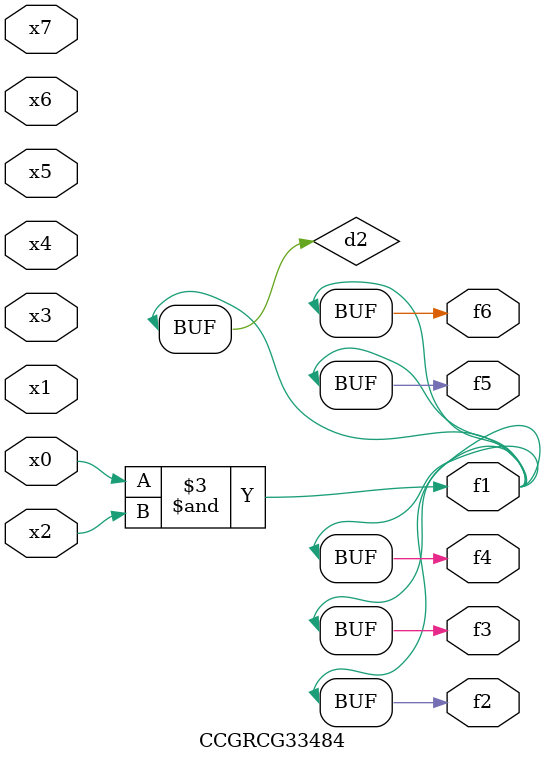
<source format=v>
module CCGRCG33484(
	input x0, x1, x2, x3, x4, x5, x6, x7,
	output f1, f2, f3, f4, f5, f6
);

	wire d1, d2;

	nor (d1, x3, x6);
	and (d2, x0, x2);
	assign f1 = d2;
	assign f2 = d2;
	assign f3 = d2;
	assign f4 = d2;
	assign f5 = d2;
	assign f6 = d2;
endmodule

</source>
